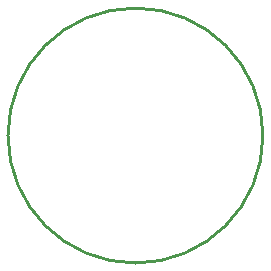
<source format=gko>
G04 Layer_Color=16711935*
%FSLAX25Y25*%
%MOIN*%
G70*
G01*
G75*
%ADD15C,0.01000*%
D15*
X87315Y43000D02*
G03*
X87315Y43000I-42500J0D01*
G01*
M02*

</source>
